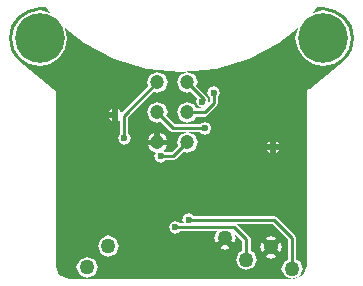
<source format=gbl>
G04 Layer_Physical_Order=2*
G04 Layer_Color=16711680*
%FSLAX44Y44*%
%MOMM*%
G71*
G01*
G75*
%ADD19C,0.2500*%
%ADD20C,4.2000*%
%ADD21C,1.2700*%
%ADD22C,0.6000*%
%ADD23C,1.2000*%
G36*
X230000Y218755D02*
X240047Y216756D01*
X248565Y211065D01*
X254256Y202547D01*
X256255Y192500D01*
X254256Y182453D01*
X251596Y178471D01*
X251941Y178247D01*
X248476Y174024D01*
X218856Y149716D01*
X217497Y149153D01*
X216461Y146650D01*
Y0D01*
X216537Y-185D01*
X213212Y-8212D01*
X205185Y-11537D01*
X205000Y-11461D01*
X203937D01*
X210141Y-8891D01*
X212788Y-2500D01*
X210141Y3891D01*
X207268Y5081D01*
Y23750D01*
X206237Y26237D01*
X191237Y41237D01*
X188750Y42268D01*
X120205D01*
X120077Y42577D01*
X116250Y44162D01*
X112423Y42577D01*
X110838Y38750D01*
X111970Y36018D01*
X108955D01*
X108827Y36327D01*
X105000Y37912D01*
X101173Y36327D01*
X99588Y32500D01*
X101173Y28673D01*
X105000Y27088D01*
X108827Y28673D01*
X108955Y28982D01*
X123839D01*
X123985Y29043D01*
X139980D01*
X137460Y22961D01*
X139230Y18687D01*
X145272Y24728D01*
X147039Y22961D01*
X148807Y24728D01*
X154848Y18687D01*
X156619Y22961D01*
X154536Y27990D01*
X161482Y21043D01*
Y12581D01*
X158609Y11391D01*
X155962Y5000D01*
X158609Y-1391D01*
X165000Y-4038D01*
X171391Y-1391D01*
X174038Y5000D01*
X171391Y11391D01*
X168518Y12581D01*
Y22500D01*
X167487Y24987D01*
X157427Y35048D01*
X156982Y35232D01*
X187293D01*
X200232Y22293D01*
Y5081D01*
X197359Y3891D01*
X194712Y-2500D01*
X197359Y-8891D01*
X203563Y-11461D01*
X15000D01*
X14815Y-11537D01*
X6788Y-8212D01*
X3463Y-185D01*
X3539Y0D01*
Y146650D01*
X2503Y149153D01*
X1144Y149716D01*
X-28476Y174024D01*
X-31941Y178247D01*
X-31596Y178471D01*
X-34256Y182453D01*
X-36254Y192500D01*
X-34256Y202547D01*
X-28565Y211065D01*
X-20047Y216756D01*
X-10000Y218755D01*
X-10000D01*
Y218961D01*
X-5017D01*
X-1093Y214179D01*
X-10000Y215951D01*
X-18974Y214166D01*
X-26582Y209082D01*
X-31665Y201474D01*
X-33451Y192500D01*
X-31665Y183526D01*
X-26582Y175918D01*
X-18974Y170835D01*
X-10000Y169049D01*
X-1026Y170835D01*
X6582Y175918D01*
X11666Y183526D01*
X13451Y192500D01*
X11679Y201408D01*
X27238Y188638D01*
X52993Y174872D01*
X80938Y166395D01*
X110000Y163533D01*
X139062Y166395D01*
X167007Y174872D01*
X192762Y188638D01*
X208321Y201408D01*
X206549Y192500D01*
X208335Y183526D01*
X213418Y175918D01*
X221026Y170835D01*
X230000Y169049D01*
X238974Y170835D01*
X246582Y175918D01*
X251665Y183526D01*
X253451Y192500D01*
X251665Y201474D01*
X246582Y209082D01*
X238974Y214166D01*
X230000Y215951D01*
X221092Y214179D01*
X225017Y218961D01*
X230000D01*
Y218755D01*
D02*
G37*
%LPC*%
G36*
X89600Y163659D02*
X83477Y161123D01*
X80941Y155000D01*
X82020Y152395D01*
X59127Y129501D01*
X59000Y129197D01*
X57959Y131709D01*
X56250Y132418D01*
Y127500D01*
Y122582D01*
X57959Y123291D01*
X58096Y123621D01*
Y111819D01*
X57787Y111691D01*
X56202Y107864D01*
X57787Y104037D01*
X61614Y102452D01*
X65441Y104037D01*
X67026Y107864D01*
X65441Y111691D01*
X65132Y111819D01*
Y125557D01*
X86995Y147420D01*
X89600Y146341D01*
X95723Y148877D01*
X98259Y155000D01*
X95723Y161123D01*
X89600Y163659D01*
D02*
G37*
G36*
X115000D02*
X108877Y161123D01*
X106341Y155000D01*
X108877Y148877D01*
X115000Y146341D01*
X117605Y147420D01*
X123315Y141710D01*
X122089Y138751D01*
X123674Y134924D01*
X127501Y133339D01*
X128975Y133950D01*
X128143Y133118D01*
X122202D01*
X121123Y135723D01*
X115000Y138259D01*
X108877Y135723D01*
X106341Y129600D01*
X108877Y123477D01*
X115000Y120941D01*
X121123Y123477D01*
X122202Y126082D01*
X129600D01*
X132087Y127113D01*
X139987Y135013D01*
X141018Y137500D01*
Y142295D01*
X141327Y142423D01*
X142912Y146250D01*
X141327Y150077D01*
X137500Y151662D01*
X133673Y150077D01*
X132088Y146250D01*
X133673Y142423D01*
X133982Y142295D01*
Y138957D01*
X132303Y137277D01*
X132913Y138751D01*
X132268Y140309D01*
Y141250D01*
X131237Y143737D01*
X122580Y152395D01*
X123659Y155000D01*
X121123Y161123D01*
X115000Y163659D01*
D02*
G37*
G36*
X51250Y132418D02*
X49541Y131709D01*
X48832Y130000D01*
X51250D01*
Y132418D01*
D02*
G37*
G36*
Y125000D02*
X48832D01*
X49541Y123291D01*
X51250Y122582D01*
Y125000D01*
D02*
G37*
G36*
X89600Y138259D02*
X83477Y135723D01*
X80941Y129600D01*
X83477Y123477D01*
X89600Y120941D01*
X92205Y122020D01*
X100463Y113763D01*
X102950Y112732D01*
X114694D01*
X108877Y110323D01*
X106341Y104200D01*
X107420Y101595D01*
X101843Y96018D01*
X96455D01*
X96327Y96327D01*
X94565Y97057D01*
X96106Y97695D01*
X97765Y101700D01*
X89600D01*
X81435D01*
X83094Y97695D01*
X88340Y95522D01*
X87088Y92500D01*
X88673Y88673D01*
X92500Y87088D01*
X96327Y88673D01*
X96455Y88982D01*
X103300D01*
X105787Y90013D01*
X112395Y96620D01*
X115000Y95541D01*
X121123Y98077D01*
X123659Y104200D01*
X121123Y110323D01*
X115306Y112732D01*
X126045D01*
X126173Y112423D01*
X130000Y110838D01*
X133827Y112423D01*
X135412Y116250D01*
X133827Y120077D01*
X130000Y121662D01*
X126173Y120077D01*
X126045Y119768D01*
X104407D01*
X97180Y126995D01*
X98259Y129600D01*
X95723Y135723D01*
X89600Y138259D01*
D02*
G37*
G36*
X92100Y112365D02*
Y106700D01*
X97765D01*
X96106Y110706D01*
X92100Y112365D01*
D02*
G37*
G36*
X87100Y112365D02*
X83094Y110706D01*
X81435Y106700D01*
X87100D01*
Y112365D01*
D02*
G37*
G36*
X190000Y104918D02*
Y102500D01*
X192418D01*
X191709Y104209D01*
X190000Y104918D01*
D02*
G37*
G36*
X185000D02*
X183291Y104209D01*
X182582Y102500D01*
X185000D01*
Y104918D01*
D02*
G37*
G36*
X192418Y97500D02*
X190000D01*
Y95082D01*
X191709Y95791D01*
X192418Y97500D01*
D02*
G37*
G36*
X185000D02*
X182582D01*
X183291Y95791D01*
X185000Y95082D01*
Y97500D01*
D02*
G37*
G36*
X185790Y25040D02*
X181516Y23270D01*
X185790Y18996D01*
X190063Y23270D01*
X185790Y25040D01*
D02*
G37*
G36*
X147039Y19425D02*
X142766Y15152D01*
X147039Y13381D01*
X151313Y15152D01*
X147039Y19425D01*
D02*
G37*
G36*
X193598Y19734D02*
X189325Y15461D01*
X193598Y11187D01*
X195369Y15461D01*
X193598Y19734D01*
D02*
G37*
G36*
X177980D02*
X176210Y15461D01*
X177980Y11187D01*
X182254Y15461D01*
X177980Y19734D01*
D02*
G37*
G36*
X48100Y25538D02*
X41709Y22891D01*
X39062Y16500D01*
X41709Y10109D01*
X48100Y7462D01*
X54491Y10109D01*
X57138Y16500D01*
X54491Y22891D01*
X48100Y25538D01*
D02*
G37*
G36*
X185790Y11925D02*
X181516Y7652D01*
X185790Y5881D01*
X190063Y7652D01*
X185790Y11925D01*
D02*
G37*
G36*
X30140Y7577D02*
X23749Y4930D01*
X21102Y-1461D01*
X23749Y-7851D01*
X30140Y-10498D01*
X36530Y-7851D01*
X39177Y-1461D01*
X36530Y4930D01*
X30140Y7577D01*
D02*
G37*
%LPD*%
D19*
X105000Y32500D02*
X123839D01*
X116250Y38750D02*
X188750D01*
X123839Y32500D02*
X123899Y32561D01*
X188750Y38750D02*
X203750Y23750D01*
X123899Y32561D02*
X154939D01*
X165000Y22500D01*
X203750Y-2500D02*
Y23750D01*
X103300Y92500D02*
X115000Y104200D01*
X92500Y92500D02*
X103300D01*
X127501Y138751D02*
X128750Y140000D01*
Y141250D01*
X115000Y155000D02*
X128750Y141250D01*
X115000Y129600D02*
X129600D01*
X137500Y137500D01*
Y146250D01*
X61614Y127014D02*
X89600Y155000D01*
X61614Y107864D02*
Y127014D01*
X165000Y5000D02*
Y22500D01*
X102950Y116250D02*
X130000D01*
X89600Y129600D02*
X102950Y116250D01*
D20*
X-10000Y192500D02*
D03*
X230000D02*
D03*
D21*
X48100Y16500D02*
D03*
X30140Y-1461D02*
D03*
X185790Y15461D02*
D03*
X203750Y-2500D02*
D03*
X147039Y22961D02*
D03*
X165000Y5000D02*
D03*
D22*
X115000Y104200D02*
D03*
X115000Y155000D02*
D03*
X116250Y38750D02*
D03*
X105000Y32500D02*
D03*
X127501Y138751D02*
D03*
X137500Y146250D02*
D03*
X61614Y107864D02*
D03*
X130000Y116250D02*
D03*
X187500Y100000D02*
D03*
X92500Y92500D02*
D03*
X53750Y127500D02*
D03*
D23*
X115000Y104200D02*
D03*
Y155000D02*
D03*
X89600Y104200D02*
D03*
Y155000D02*
D03*
X115000Y129600D02*
D03*
X89600D02*
D03*
M02*

</source>
